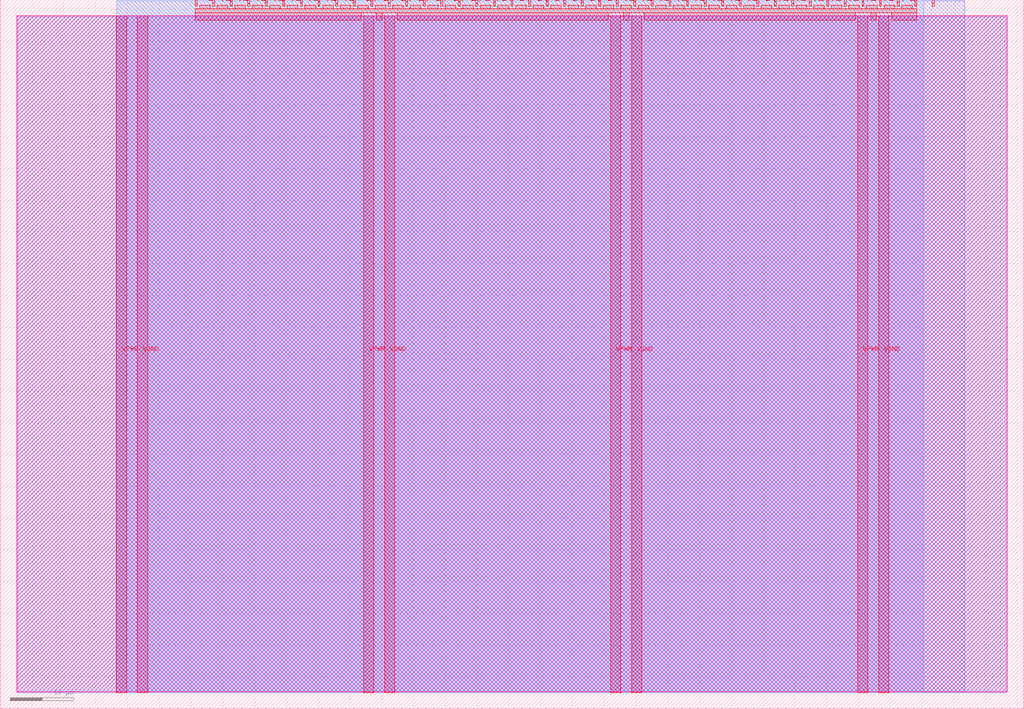
<source format=lef>
VERSION 5.7 ;
  NOWIREEXTENSIONATPIN ON ;
  DIVIDERCHAR "/" ;
  BUSBITCHARS "[]" ;
MACRO tt_um_wokwi_446363928168350721
  CLASS BLOCK ;
  FOREIGN tt_um_wokwi_446363928168350721 ;
  ORIGIN 0.000 0.000 ;
  SIZE 161.000 BY 111.520 ;
  PIN VGND
    DIRECTION INOUT ;
    USE GROUND ;
    PORT
      LAYER met4 ;
        RECT 21.580 2.480 23.180 109.040 ;
    END
    PORT
      LAYER met4 ;
        RECT 60.450 2.480 62.050 109.040 ;
    END
    PORT
      LAYER met4 ;
        RECT 99.320 2.480 100.920 109.040 ;
    END
    PORT
      LAYER met4 ;
        RECT 138.190 2.480 139.790 109.040 ;
    END
  END VGND
  PIN VPWR
    DIRECTION INOUT ;
    USE POWER ;
    PORT
      LAYER met4 ;
        RECT 18.280 2.480 19.880 109.040 ;
    END
    PORT
      LAYER met4 ;
        RECT 57.150 2.480 58.750 109.040 ;
    END
    PORT
      LAYER met4 ;
        RECT 96.020 2.480 97.620 109.040 ;
    END
    PORT
      LAYER met4 ;
        RECT 134.890 2.480 136.490 109.040 ;
    END
  END VPWR
  PIN clk
    DIRECTION INPUT ;
    USE SIGNAL ;
    ANTENNAGATEAREA 0.159000 ;
    PORT
      LAYER met4 ;
        RECT 143.830 110.520 144.130 111.520 ;
    END
  END clk
  PIN ena
    DIRECTION INPUT ;
    USE SIGNAL ;
    PORT
      LAYER met4 ;
        RECT 146.590 110.520 146.890 111.520 ;
    END
  END ena
  PIN rst_n
    DIRECTION INPUT ;
    USE SIGNAL ;
    PORT
      LAYER met4 ;
        RECT 141.070 110.520 141.370 111.520 ;
    END
  END rst_n
  PIN ui_in[0]
    DIRECTION INPUT ;
    USE SIGNAL ;
    ANTENNAGATEAREA 0.196500 ;
    PORT
      LAYER met4 ;
        RECT 138.310 110.520 138.610 111.520 ;
    END
  END ui_in[0]
  PIN ui_in[1]
    DIRECTION INPUT ;
    USE SIGNAL ;
    PORT
      LAYER met4 ;
        RECT 135.550 110.520 135.850 111.520 ;
    END
  END ui_in[1]
  PIN ui_in[2]
    DIRECTION INPUT ;
    USE SIGNAL ;
    PORT
      LAYER met4 ;
        RECT 132.790 110.520 133.090 111.520 ;
    END
  END ui_in[2]
  PIN ui_in[3]
    DIRECTION INPUT ;
    USE SIGNAL ;
    PORT
      LAYER met4 ;
        RECT 130.030 110.520 130.330 111.520 ;
    END
  END ui_in[3]
  PIN ui_in[4]
    DIRECTION INPUT ;
    USE SIGNAL ;
    PORT
      LAYER met4 ;
        RECT 127.270 110.520 127.570 111.520 ;
    END
  END ui_in[4]
  PIN ui_in[5]
    DIRECTION INPUT ;
    USE SIGNAL ;
    PORT
      LAYER met4 ;
        RECT 124.510 110.520 124.810 111.520 ;
    END
  END ui_in[5]
  PIN ui_in[6]
    DIRECTION INPUT ;
    USE SIGNAL ;
    PORT
      LAYER met4 ;
        RECT 121.750 110.520 122.050 111.520 ;
    END
  END ui_in[6]
  PIN ui_in[7]
    DIRECTION INPUT ;
    USE SIGNAL ;
    PORT
      LAYER met4 ;
        RECT 118.990 110.520 119.290 111.520 ;
    END
  END ui_in[7]
  PIN uio_in[0]
    DIRECTION INPUT ;
    USE SIGNAL ;
    PORT
      LAYER met4 ;
        RECT 116.230 110.520 116.530 111.520 ;
    END
  END uio_in[0]
  PIN uio_in[1]
    DIRECTION INPUT ;
    USE SIGNAL ;
    PORT
      LAYER met4 ;
        RECT 113.470 110.520 113.770 111.520 ;
    END
  END uio_in[1]
  PIN uio_in[2]
    DIRECTION INPUT ;
    USE SIGNAL ;
    PORT
      LAYER met4 ;
        RECT 110.710 110.520 111.010 111.520 ;
    END
  END uio_in[2]
  PIN uio_in[3]
    DIRECTION INPUT ;
    USE SIGNAL ;
    PORT
      LAYER met4 ;
        RECT 107.950 110.520 108.250 111.520 ;
    END
  END uio_in[3]
  PIN uio_in[4]
    DIRECTION INPUT ;
    USE SIGNAL ;
    PORT
      LAYER met4 ;
        RECT 105.190 110.520 105.490 111.520 ;
    END
  END uio_in[4]
  PIN uio_in[5]
    DIRECTION INPUT ;
    USE SIGNAL ;
    PORT
      LAYER met4 ;
        RECT 102.430 110.520 102.730 111.520 ;
    END
  END uio_in[5]
  PIN uio_in[6]
    DIRECTION INPUT ;
    USE SIGNAL ;
    PORT
      LAYER met4 ;
        RECT 99.670 110.520 99.970 111.520 ;
    END
  END uio_in[6]
  PIN uio_in[7]
    DIRECTION INPUT ;
    USE SIGNAL ;
    PORT
      LAYER met4 ;
        RECT 96.910 110.520 97.210 111.520 ;
    END
  END uio_in[7]
  PIN uio_oe[0]
    DIRECTION OUTPUT ;
    USE SIGNAL ;
    PORT
      LAYER met4 ;
        RECT 49.990 110.520 50.290 111.520 ;
    END
  END uio_oe[0]
  PIN uio_oe[1]
    DIRECTION OUTPUT ;
    USE SIGNAL ;
    PORT
      LAYER met4 ;
        RECT 47.230 110.520 47.530 111.520 ;
    END
  END uio_oe[1]
  PIN uio_oe[2]
    DIRECTION OUTPUT ;
    USE SIGNAL ;
    PORT
      LAYER met4 ;
        RECT 44.470 110.520 44.770 111.520 ;
    END
  END uio_oe[2]
  PIN uio_oe[3]
    DIRECTION OUTPUT ;
    USE SIGNAL ;
    PORT
      LAYER met4 ;
        RECT 41.710 110.520 42.010 111.520 ;
    END
  END uio_oe[3]
  PIN uio_oe[4]
    DIRECTION OUTPUT ;
    USE SIGNAL ;
    PORT
      LAYER met4 ;
        RECT 38.950 110.520 39.250 111.520 ;
    END
  END uio_oe[4]
  PIN uio_oe[5]
    DIRECTION OUTPUT ;
    USE SIGNAL ;
    PORT
      LAYER met4 ;
        RECT 36.190 110.520 36.490 111.520 ;
    END
  END uio_oe[5]
  PIN uio_oe[6]
    DIRECTION OUTPUT ;
    USE SIGNAL ;
    PORT
      LAYER met4 ;
        RECT 33.430 110.520 33.730 111.520 ;
    END
  END uio_oe[6]
  PIN uio_oe[7]
    DIRECTION OUTPUT ;
    USE SIGNAL ;
    PORT
      LAYER met4 ;
        RECT 30.670 110.520 30.970 111.520 ;
    END
  END uio_oe[7]
  PIN uio_out[0]
    DIRECTION OUTPUT ;
    USE SIGNAL ;
    PORT
      LAYER met4 ;
        RECT 72.070 110.520 72.370 111.520 ;
    END
  END uio_out[0]
  PIN uio_out[1]
    DIRECTION OUTPUT ;
    USE SIGNAL ;
    PORT
      LAYER met4 ;
        RECT 69.310 110.520 69.610 111.520 ;
    END
  END uio_out[1]
  PIN uio_out[2]
    DIRECTION OUTPUT ;
    USE SIGNAL ;
    PORT
      LAYER met4 ;
        RECT 66.550 110.520 66.850 111.520 ;
    END
  END uio_out[2]
  PIN uio_out[3]
    DIRECTION OUTPUT ;
    USE SIGNAL ;
    PORT
      LAYER met4 ;
        RECT 63.790 110.520 64.090 111.520 ;
    END
  END uio_out[3]
  PIN uio_out[4]
    DIRECTION OUTPUT ;
    USE SIGNAL ;
    PORT
      LAYER met4 ;
        RECT 61.030 110.520 61.330 111.520 ;
    END
  END uio_out[4]
  PIN uio_out[5]
    DIRECTION OUTPUT ;
    USE SIGNAL ;
    PORT
      LAYER met4 ;
        RECT 58.270 110.520 58.570 111.520 ;
    END
  END uio_out[5]
  PIN uio_out[6]
    DIRECTION OUTPUT ;
    USE SIGNAL ;
    PORT
      LAYER met4 ;
        RECT 55.510 110.520 55.810 111.520 ;
    END
  END uio_out[6]
  PIN uio_out[7]
    DIRECTION OUTPUT ;
    USE SIGNAL ;
    PORT
      LAYER met4 ;
        RECT 52.750 110.520 53.050 111.520 ;
    END
  END uio_out[7]
  PIN uo_out[0]
    DIRECTION OUTPUT ;
    USE SIGNAL ;
    ANTENNADIFFAREA 0.795200 ;
    PORT
      LAYER met4 ;
        RECT 94.150 110.520 94.450 111.520 ;
    END
  END uo_out[0]
  PIN uo_out[1]
    DIRECTION OUTPUT ;
    USE SIGNAL ;
    PORT
      LAYER met4 ;
        RECT 91.390 110.520 91.690 111.520 ;
    END
  END uo_out[1]
  PIN uo_out[2]
    DIRECTION OUTPUT ;
    USE SIGNAL ;
    PORT
      LAYER met4 ;
        RECT 88.630 110.520 88.930 111.520 ;
    END
  END uo_out[2]
  PIN uo_out[3]
    DIRECTION OUTPUT ;
    USE SIGNAL ;
    PORT
      LAYER met4 ;
        RECT 85.870 110.520 86.170 111.520 ;
    END
  END uo_out[3]
  PIN uo_out[4]
    DIRECTION OUTPUT ;
    USE SIGNAL ;
    PORT
      LAYER met4 ;
        RECT 83.110 110.520 83.410 111.520 ;
    END
  END uo_out[4]
  PIN uo_out[5]
    DIRECTION OUTPUT ;
    USE SIGNAL ;
    PORT
      LAYER met4 ;
        RECT 80.350 110.520 80.650 111.520 ;
    END
  END uo_out[5]
  PIN uo_out[6]
    DIRECTION OUTPUT ;
    USE SIGNAL ;
    PORT
      LAYER met4 ;
        RECT 77.590 110.520 77.890 111.520 ;
    END
  END uo_out[6]
  PIN uo_out[7]
    DIRECTION OUTPUT ;
    USE SIGNAL ;
    PORT
      LAYER met4 ;
        RECT 74.830 110.520 75.130 111.520 ;
    END
  END uo_out[7]
  OBS
      LAYER nwell ;
        RECT 2.570 2.635 158.430 108.990 ;
      LAYER li1 ;
        RECT 2.760 2.635 158.240 108.885 ;
      LAYER met1 ;
        RECT 2.760 2.480 158.240 109.040 ;
      LAYER met2 ;
        RECT 18.310 2.535 151.700 111.365 ;
      LAYER met3 ;
        RECT 18.290 2.555 145.295 111.345 ;
      LAYER met4 ;
        RECT 31.370 110.120 33.030 110.665 ;
        RECT 34.130 110.120 35.790 110.665 ;
        RECT 36.890 110.120 38.550 110.665 ;
        RECT 39.650 110.120 41.310 110.665 ;
        RECT 42.410 110.120 44.070 110.665 ;
        RECT 45.170 110.120 46.830 110.665 ;
        RECT 47.930 110.120 49.590 110.665 ;
        RECT 50.690 110.120 52.350 110.665 ;
        RECT 53.450 110.120 55.110 110.665 ;
        RECT 56.210 110.120 57.870 110.665 ;
        RECT 58.970 110.120 60.630 110.665 ;
        RECT 61.730 110.120 63.390 110.665 ;
        RECT 64.490 110.120 66.150 110.665 ;
        RECT 67.250 110.120 68.910 110.665 ;
        RECT 70.010 110.120 71.670 110.665 ;
        RECT 72.770 110.120 74.430 110.665 ;
        RECT 75.530 110.120 77.190 110.665 ;
        RECT 78.290 110.120 79.950 110.665 ;
        RECT 81.050 110.120 82.710 110.665 ;
        RECT 83.810 110.120 85.470 110.665 ;
        RECT 86.570 110.120 88.230 110.665 ;
        RECT 89.330 110.120 90.990 110.665 ;
        RECT 92.090 110.120 93.750 110.665 ;
        RECT 94.850 110.120 96.510 110.665 ;
        RECT 97.610 110.120 99.270 110.665 ;
        RECT 100.370 110.120 102.030 110.665 ;
        RECT 103.130 110.120 104.790 110.665 ;
        RECT 105.890 110.120 107.550 110.665 ;
        RECT 108.650 110.120 110.310 110.665 ;
        RECT 111.410 110.120 113.070 110.665 ;
        RECT 114.170 110.120 115.830 110.665 ;
        RECT 116.930 110.120 118.590 110.665 ;
        RECT 119.690 110.120 121.350 110.665 ;
        RECT 122.450 110.120 124.110 110.665 ;
        RECT 125.210 110.120 126.870 110.665 ;
        RECT 127.970 110.120 129.630 110.665 ;
        RECT 130.730 110.120 132.390 110.665 ;
        RECT 133.490 110.120 135.150 110.665 ;
        RECT 136.250 110.120 137.910 110.665 ;
        RECT 139.010 110.120 140.670 110.665 ;
        RECT 141.770 110.120 143.430 110.665 ;
        RECT 30.655 109.440 144.145 110.120 ;
        RECT 30.655 108.295 56.750 109.440 ;
        RECT 59.150 108.295 60.050 109.440 ;
        RECT 62.450 108.295 95.620 109.440 ;
        RECT 98.020 108.295 98.920 109.440 ;
        RECT 101.320 108.295 134.490 109.440 ;
        RECT 136.890 108.295 137.790 109.440 ;
        RECT 140.190 108.295 144.145 109.440 ;
  END
END tt_um_wokwi_446363928168350721
END LIBRARY


</source>
